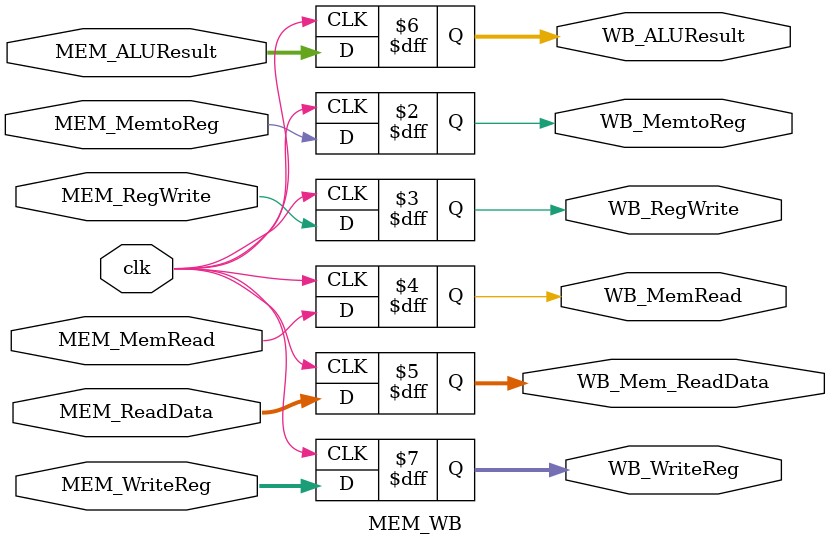
<source format=v>
`timescale 1ns / 1ps

module MEM_WB(clk, MEM_MemtoReg, MEM_RegWrite, MEM_MemRead, MEM_ReadData, MEM_ALUResult,
    MEM_WriteReg, WB_MemtoReg, WB_RegWrite, WB_MemRead, WB_Mem_ReadData, WB_ALUResult,
    WB_WriteReg);

    input clk;
    // Signals related to WB
    input MEM_MemtoReg, MEM_RegWrite, MEM_MemRead;
    input [31:0] MEM_ReadData, MEM_ALUResult; 
    // reg to be write in regFile
    input [4:0] MEM_WriteReg;

    output WB_MemtoReg, WB_RegWrite, WB_MemRead;
    output [31:0] WB_Mem_ReadData, WB_ALUResult;
    // reg to be write in regFile
    output [4:0] WB_WriteReg;

    reg WB_MemtoReg, WB_RegWrite, WB_MemRead;
    reg [31:0] WB_Mem_ReadData, WB_ALUResult;
    reg [4:0] WB_WriteReg;

    always@ (posedge clk) begin
        WB_MemtoReg <= MEM_MemtoReg;
        WB_RegWrite <= MEM_RegWrite;
        WB_MemRead <= MEM_MemRead;
        WB_Mem_ReadData <= MEM_ReadData;
        WB_ALUResult <= MEM_ALUResult;
        WB_WriteReg <= MEM_WriteReg;
    end

endmodule

</source>
